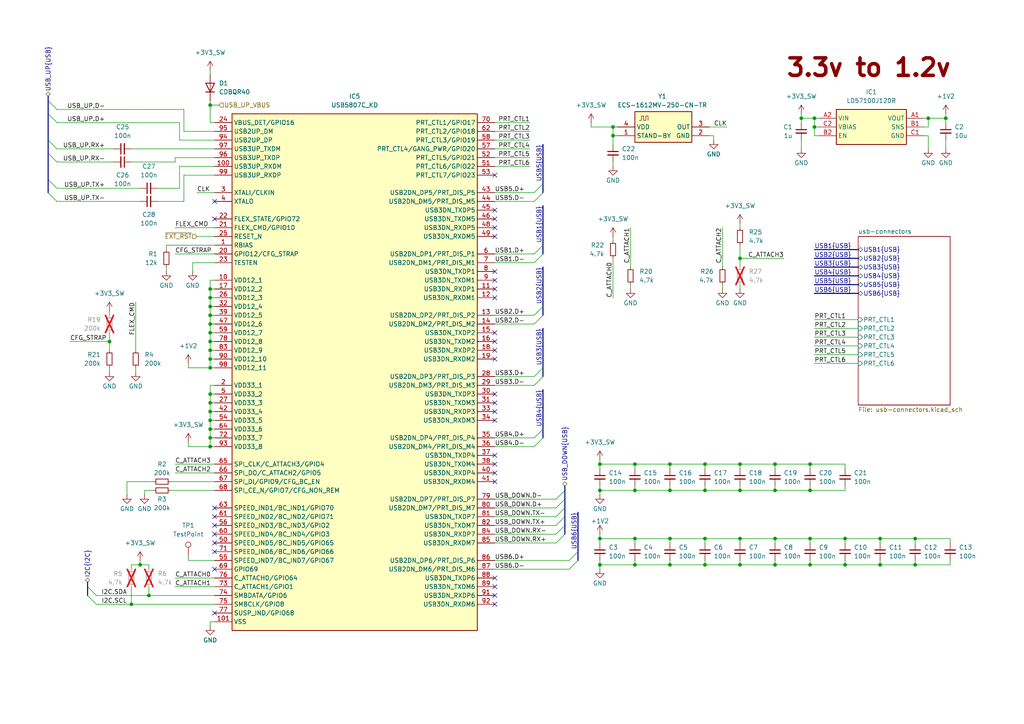
<source format=kicad_sch>
(kicad_sch (version 20250114) (generator "eeschema") (generator_version "9.0")
  (paper "A4")
  (text "3.3v to 1.2v" (at 251.968 19.812 0) (effects (font (size 5.08 5.08) (bold yes))))
  (junction (at 204.47 142.24))
  (junction (at 194.31 163.83))
  (junction (at 236.22 36.83))
  (junction (at 60.96 114.3))
  (junction (at 184.15 142.24))
  (junction (at 255.27 163.83))
  (junction (at 60.96 91.44))
  (junction (at 204.47 134.62))
  (junction (at 255.27 156.21))
  (junction (at 60.96 116.84))
  (junction (at 245.11 156.21))
  (junction (at 60.96 124.46))
  (junction (at 232.41 34.29))
  (junction (at 234.95 156.21))
  (junction (at 173.99 134.62))
  (junction (at 214.63 163.83))
  (junction (at 177.8 36.83))
  (junction (at 245.11 163.83))
  (junction (at 265.43 163.83))
  (junction (at 224.79 142.24))
  (junction (at 234.95 163.83))
  (junction (at 224.79 163.83))
  (junction (at 184.15 156.21))
  (junction (at 40.64 163.83))
  (junction (at 60.96 99.06))
  (junction (at 194.31 142.24))
  (junction (at 60.96 129.54))
  (junction (at 60.96 30.48))
  (junction (at 224.79 156.21))
  (junction (at 265.43 156.21))
  (junction (at 214.63 134.62))
  (junction (at 60.96 121.92))
  (junction (at 177.8 39.37))
  (junction (at 234.95 134.62))
  (junction (at 184.15 134.62))
  (junction (at 236.22 34.29))
  (junction (at 173.99 142.24))
  (junction (at 214.63 142.24))
  (junction (at 274.32 34.29))
  (junction (at 194.31 156.21))
  (junction (at 60.96 96.52))
  (junction (at 194.31 134.62))
  (junction (at 60.96 119.38))
  (junction (at 60.96 93.98))
  (junction (at 60.96 83.82))
  (junction (at 184.15 163.83))
  (junction (at 43.18 172.72))
  (junction (at 60.96 88.9))
  (junction (at 204.47 163.83))
  (junction (at 269.24 34.29))
  (junction (at 173.99 163.83))
  (junction (at 38.1 175.26))
  (junction (at 31.75 99.06))
  (junction (at 234.95 142.24))
  (junction (at 204.47 156.21))
  (junction (at 60.96 101.6))
  (junction (at 224.79 134.62))
  (junction (at 60.96 106.68))
  (junction (at 214.63 156.21))
  (junction (at 60.96 127))
  (junction (at 60.96 86.36))
  (junction (at 173.99 156.21))
  (junction (at 214.63 74.93))
  (junction (at 60.96 104.14))
  (no_connect (at 143.51 167.64))
  (no_connect (at 143.51 68.58))
  (no_connect (at 143.51 60.96))
  (no_connect (at 62.23 152.4))
  (no_connect (at 143.51 139.7))
  (no_connect (at 143.51 101.6))
  (no_connect (at 143.51 86.36))
  (no_connect (at 62.23 157.48))
  (no_connect (at 143.51 96.52))
  (no_connect (at 143.51 134.62))
  (no_connect (at 143.51 116.84))
  (no_connect (at 62.23 149.86))
  (no_connect (at 62.23 154.94))
  (no_connect (at 143.51 172.72))
  (no_connect (at 62.23 147.32))
  (no_connect (at 143.51 83.82))
  (no_connect (at 143.51 170.18))
  (no_connect (at 143.51 50.8))
  (no_connect (at 143.51 132.08))
  (no_connect (at 143.51 175.26))
  (no_connect (at 62.23 177.8))
  (no_connect (at 143.51 81.28))
  (no_connect (at 62.23 63.5))
  (no_connect (at 143.51 119.38))
  (no_connect (at 143.51 63.5))
  (no_connect (at 143.51 78.74))
  (no_connect (at 143.51 104.14))
  (no_connect (at 62.23 58.42))
  (no_connect (at 143.51 66.04))
  (no_connect (at 143.51 137.16))
  (no_connect (at 143.51 99.06))
  (no_connect (at 62.23 165.1))
  (no_connect (at 143.51 114.3))
  (no_connect (at 62.23 160.02))
  (no_connect (at 143.51 121.92))
  (bus_entry (at 157.48 88.9) (size -2.54 2.54))
  (bus_entry (at 25.4 170.18) (size 2.54 2.54))
  (bus_entry (at 13.97 44.45) (size 2.54 2.54))
  (bus_entry (at 163.83 144.78) (size -2.54 2.54))
  (bus_entry (at 25.4 172.72) (size 2.54 2.54))
  (bus_entry (at 157.48 106.68) (size -2.54 2.54))
  (bus_entry (at 163.83 142.24) (size -2.54 2.54))
  (bus_entry (at 167.64 162.56) (size -2.54 2.54))
  (bus_entry (at 157.48 71.12) (size -2.54 2.54))
  (bus_entry (at 13.97 33.02) (size 2.54 2.54))
  (bus_entry (at 167.64 160.02) (size -2.54 2.54))
  (bus_entry (at 157.48 55.88) (size -2.54 2.54))
  (bus_entry (at 163.83 147.32) (size -2.54 2.54))
  (bus_entry (at 163.83 154.94) (size -2.54 2.54))
  (bus_entry (at 157.48 124.46) (size -2.54 2.54))
  (bus_entry (at 163.83 152.4) (size -2.54 2.54))
  (bus_entry (at 157.48 127) (size -2.54 2.54))
  (bus_entry (at 157.48 109.22) (size -2.54 2.54))
  (bus_entry (at 157.48 73.66) (size -2.54 2.54))
  (bus_entry (at 163.83 149.86) (size -2.54 2.54))
  (bus_entry (at 13.97 29.21) (size 2.54 2.54))
  (bus_entry (at 157.48 91.44) (size -2.54 2.54))
  (bus_entry (at 13.97 40.64) (size 2.54 2.54))
  (bus_entry (at 13.97 52.07) (size 2.54 2.54))
  (bus_entry (at 13.97 55.88) (size 2.54 2.54))
  (bus_entry (at 157.48 53.34) (size -2.54 2.54))
  (wire (pts (xy 184.15 134.62) (xy 194.31 134.62)))
  (wire (pts (xy 234.95 142.24) (xy 245.11 142.24)))
  (wire (pts (xy 60.96 129.54) (xy 60.96 127)))
  (wire (pts (xy 205.74 39.37) (xy 207.01 39.37)))
  (wire (pts (xy 236.22 97.79) (xy 248.92 97.79)))
  (wire (pts (xy 153.67 48.26) (xy 143.51 48.26)))
  (wire (pts (xy 60.96 20.32) (xy 60.96 21.59)))
  (wire (pts (xy 143.51 127) (xy 154.94 127)))
  (wire (pts (xy 62.23 104.14) (xy 60.96 104.14)))
  (wire (pts (xy 234.95 162.56) (xy 234.95 163.83)))
  (wire (pts (xy 38.1 175.26) (xy 62.23 175.26)))
  (wire (pts (xy 45.72 54.61) (xy 52.07 54.61)))
  (bus (pts (xy 25.4 170.18) (xy 25.4 172.72)))
  (wire (pts (xy 194.31 162.56) (xy 194.31 163.83)))
  (wire (pts (xy 245.11 162.56) (xy 245.11 163.83)))
  (wire (pts (xy 62.23 88.9) (xy 60.96 88.9)))
  (wire (pts (xy 60.96 86.36) (xy 60.96 83.82)))
  (wire (pts (xy 62.23 121.92) (xy 60.96 121.92)))
  (wire (pts (xy 143.51 144.78) (xy 161.29 144.78)))
  (wire (pts (xy 214.63 156.21) (xy 214.63 157.48)))
  (wire (pts (xy 204.47 156.21) (xy 214.63 156.21)))
  (wire (pts (xy 53.34 50.8) (xy 53.34 58.42)))
  (wire (pts (xy 60.96 181.61) (xy 60.96 180.34)))
  (wire (pts (xy 214.63 162.56) (xy 214.63 163.83)))
  (wire (pts (xy 237.49 39.37) (xy 236.22 39.37)))
  (wire (pts (xy 38.1 163.83) (xy 38.1 165.1)))
  (wire (pts (xy 60.96 111.76) (xy 62.23 111.76)))
  (wire (pts (xy 224.79 163.83) (xy 234.95 163.83)))
  (wire (pts (xy 214.63 163.83) (xy 224.79 163.83)))
  (wire (pts (xy 62.23 116.84) (xy 60.96 116.84)))
  (wire (pts (xy 267.97 34.29) (xy 269.24 34.29)))
  (bus (pts (xy 13.97 44.45) (xy 13.97 52.07)))
  (wire (pts (xy 214.63 134.62) (xy 224.79 134.62)))
  (wire (pts (xy 143.51 55.88) (xy 154.94 55.88)))
  (wire (pts (xy 43.18 163.83) (xy 40.64 163.83)))
  (wire (pts (xy 27.94 175.26) (xy 38.1 175.26)))
  (wire (pts (xy 245.11 140.97) (xy 245.11 142.24)))
  (wire (pts (xy 50.8 170.18) (xy 62.23 170.18)))
  (wire (pts (xy 194.31 156.21) (xy 194.31 157.48)))
  (wire (pts (xy 194.31 134.62) (xy 204.47 134.62)))
  (wire (pts (xy 269.24 36.83) (xy 269.24 34.29)))
  (wire (pts (xy 255.27 156.21) (xy 265.43 156.21)))
  (wire (pts (xy 214.63 74.93) (xy 227.33 74.93)))
  (bus (pts (xy 236.22 82.55) (xy 248.92 82.55)))
  (wire (pts (xy 16.51 35.56) (xy 52.07 35.56)))
  (bus (pts (xy 157.48 124.46) (xy 157.48 127)))
  (wire (pts (xy 234.95 134.62) (xy 245.11 134.62)))
  (wire (pts (xy 60.96 121.92) (xy 60.96 119.38)))
  (wire (pts (xy 207.01 39.37) (xy 207.01 40.64)))
  (bus (pts (xy 157.48 59.69) (xy 157.48 71.12)))
  (wire (pts (xy 43.18 172.72) (xy 62.23 172.72)))
  (wire (pts (xy 62.23 91.44) (xy 60.96 91.44)))
  (wire (pts (xy 173.99 134.62) (xy 184.15 134.62)))
  (wire (pts (xy 52.07 54.61) (xy 52.07 48.26)))
  (bus (pts (xy 13.97 33.02) (xy 13.97 40.64)))
  (wire (pts (xy 60.96 29.21) (xy 60.96 30.48)))
  (wire (pts (xy 274.32 35.56) (xy 274.32 34.29)))
  (wire (pts (xy 194.31 140.97) (xy 194.31 142.24)))
  (wire (pts (xy 214.63 64.77) (xy 214.63 66.04)))
  (wire (pts (xy 153.67 45.72) (xy 143.51 45.72)))
  (wire (pts (xy 39.37 106.68) (xy 39.37 107.95)))
  (bus (pts (xy 163.83 152.4) (xy 163.83 154.94)))
  (wire (pts (xy 55.88 78.74) (xy 55.88 76.2)))
  (wire (pts (xy 177.8 68.58) (xy 177.8 69.85)))
  (wire (pts (xy 41.91 142.24) (xy 44.45 142.24)))
  (wire (pts (xy 60.96 99.06) (xy 60.96 101.6)))
  (wire (pts (xy 232.41 40.64) (xy 232.41 43.18)))
  (wire (pts (xy 236.22 95.25) (xy 248.92 95.25)))
  (wire (pts (xy 214.63 71.12) (xy 214.63 74.93)))
  (wire (pts (xy 179.07 39.37) (xy 177.8 39.37)))
  (wire (pts (xy 173.99 142.24) (xy 184.15 142.24)))
  (wire (pts (xy 269.24 39.37) (xy 267.97 39.37)))
  (wire (pts (xy 143.51 91.44) (xy 154.94 91.44)))
  (wire (pts (xy 194.31 134.62) (xy 194.31 135.89)))
  (wire (pts (xy 143.51 93.98) (xy 154.94 93.98)))
  (wire (pts (xy 43.18 165.1) (xy 43.18 163.83)))
  (wire (pts (xy 182.88 66.04) (xy 182.88 77.47)))
  (wire (pts (xy 153.67 43.18) (xy 143.51 43.18)))
  (wire (pts (xy 224.79 156.21) (xy 224.79 157.48)))
  (wire (pts (xy 16.51 58.42) (xy 40.64 58.42)))
  (wire (pts (xy 224.79 162.56) (xy 224.79 163.83)))
  (wire (pts (xy 62.23 81.28) (xy 60.96 81.28)))
  (wire (pts (xy 210.82 36.83) (xy 205.74 36.83)))
  (wire (pts (xy 143.51 109.22) (xy 154.94 109.22)))
  (wire (pts (xy 48.26 77.47) (xy 48.26 78.74)))
  (wire (pts (xy 48.26 71.12) (xy 48.26 72.39)))
  (wire (pts (xy 204.47 140.97) (xy 204.47 142.24)))
  (wire (pts (xy 50.8 73.66) (xy 62.23 73.66)))
  (wire (pts (xy 214.63 134.62) (xy 214.63 135.89)))
  (wire (pts (xy 60.96 91.44) (xy 60.96 88.9)))
  (bus (pts (xy 25.4 168.91) (xy 25.4 170.18)))
  (wire (pts (xy 173.99 162.56) (xy 173.99 163.83)))
  (wire (pts (xy 33.02 43.18) (xy 16.51 43.18)))
  (wire (pts (xy 38.1 43.18) (xy 62.23 43.18)))
  (wire (pts (xy 40.64 163.83) (xy 38.1 163.83)))
  (wire (pts (xy 171.45 36.83) (xy 177.8 36.83)))
  (wire (pts (xy 245.11 156.21) (xy 245.11 157.48)))
  (wire (pts (xy 173.99 142.24) (xy 173.99 143.51)))
  (wire (pts (xy 269.24 34.29) (xy 274.32 34.29)))
  (wire (pts (xy 143.51 129.54) (xy 154.94 129.54)))
  (bus (pts (xy 157.48 71.12) (xy 157.48 73.66)))
  (wire (pts (xy 236.22 105.41) (xy 248.92 105.41)))
  (wire (pts (xy 39.37 87.63) (xy 39.37 101.6)))
  (wire (pts (xy 184.15 142.24) (xy 194.31 142.24)))
  (wire (pts (xy 31.75 99.06) (xy 31.75 96.52)))
  (wire (pts (xy 50.8 45.72) (xy 62.23 45.72)))
  (wire (pts (xy 143.51 162.56) (xy 165.1 162.56)))
  (bus (pts (xy 157.48 113.03) (xy 157.48 124.46)))
  (bus (pts (xy 157.48 106.68) (xy 157.48 109.22)))
  (wire (pts (xy 60.96 119.38) (xy 60.96 116.84)))
  (wire (pts (xy 33.02 46.99) (xy 16.51 46.99)))
  (wire (pts (xy 204.47 156.21) (xy 204.47 157.48)))
  (wire (pts (xy 153.67 40.64) (xy 143.51 40.64)))
  (wire (pts (xy 214.63 140.97) (xy 214.63 142.24)))
  (wire (pts (xy 184.15 163.83) (xy 194.31 163.83)))
  (bus (pts (xy 236.22 80.01) (xy 248.92 80.01)))
  (wire (pts (xy 236.22 36.83) (xy 236.22 34.29)))
  (wire (pts (xy 265.43 156.21) (xy 265.43 157.48)))
  (wire (pts (xy 255.27 163.83) (xy 265.43 163.83)))
  (wire (pts (xy 62.23 93.98) (xy 60.96 93.98)))
  (wire (pts (xy 204.47 134.62) (xy 204.47 135.89)))
  (wire (pts (xy 143.51 76.2) (xy 154.94 76.2)))
  (wire (pts (xy 36.83 139.7) (xy 36.83 143.51)))
  (wire (pts (xy 267.97 36.83) (xy 269.24 36.83)))
  (wire (pts (xy 52.07 48.26) (xy 62.23 48.26)))
  (wire (pts (xy 143.51 157.48) (xy 161.29 157.48)))
  (bus (pts (xy 157.48 88.9) (xy 157.48 91.44)))
  (wire (pts (xy 63.5 30.48) (xy 60.96 30.48)))
  (wire (pts (xy 194.31 142.24) (xy 204.47 142.24)))
  (wire (pts (xy 52.07 40.64) (xy 52.07 35.56)))
  (wire (pts (xy 62.23 127) (xy 60.96 127)))
  (wire (pts (xy 62.23 96.52) (xy 60.96 96.52)))
  (wire (pts (xy 36.83 139.7) (xy 44.45 139.7)))
  (wire (pts (xy 31.75 107.95) (xy 31.75 106.68)))
  (wire (pts (xy 204.47 163.83) (xy 214.63 163.83)))
  (wire (pts (xy 236.22 92.71) (xy 248.92 92.71)))
  (wire (pts (xy 173.99 133.35) (xy 173.99 134.62)))
  (wire (pts (xy 194.31 156.21) (xy 204.47 156.21)))
  (wire (pts (xy 255.27 162.56) (xy 255.27 163.83)))
  (wire (pts (xy 143.51 154.94) (xy 161.29 154.94)))
  (wire (pts (xy 182.88 82.55) (xy 182.88 83.82)))
  (bus (pts (xy 163.83 140.97) (xy 163.83 142.24)))
  (bus (pts (xy 13.97 27.94) (xy 13.97 29.21)))
  (wire (pts (xy 265.43 156.21) (xy 275.59 156.21)))
  (wire (pts (xy 57.15 68.58) (xy 62.23 68.58)))
  (wire (pts (xy 236.22 34.29) (xy 232.41 34.29)))
  (wire (pts (xy 236.22 100.33) (xy 248.92 100.33)))
  (wire (pts (xy 60.96 88.9) (xy 60.96 86.36)))
  (bus (pts (xy 13.97 29.21) (xy 13.97 33.02)))
  (bus (pts (xy 163.83 149.86) (xy 163.83 152.4)))
  (wire (pts (xy 275.59 156.21) (xy 275.59 157.48)))
  (wire (pts (xy 153.67 35.56) (xy 143.51 35.56)))
  (bus (pts (xy 236.22 85.09) (xy 248.92 85.09)))
  (wire (pts (xy 234.95 134.62) (xy 234.95 135.89)))
  (wire (pts (xy 50.8 45.72) (xy 50.8 46.99)))
  (wire (pts (xy 62.23 101.6) (xy 60.96 101.6)))
  (wire (pts (xy 224.79 140.97) (xy 224.79 142.24)))
  (wire (pts (xy 53.34 38.1) (xy 62.23 38.1)))
  (bus (pts (xy 157.48 95.25) (xy 157.48 106.68)))
  (wire (pts (xy 274.32 33.02) (xy 274.32 34.29)))
  (wire (pts (xy 274.32 40.64) (xy 274.32 43.18)))
  (wire (pts (xy 60.96 106.68) (xy 60.96 104.14)))
  (wire (pts (xy 62.23 129.54) (xy 60.96 129.54)))
  (bus (pts (xy 13.97 40.64) (xy 13.97 44.45)))
  (wire (pts (xy 143.51 165.1) (xy 165.1 165.1)))
  (wire (pts (xy 245.11 134.62) (xy 245.11 135.89)))
  (bus (pts (xy 163.83 142.24) (xy 163.83 144.78)))
  (wire (pts (xy 214.63 156.21) (xy 224.79 156.21)))
  (wire (pts (xy 171.45 35.56) (xy 171.45 36.83)))
  (wire (pts (xy 143.51 147.32) (xy 161.29 147.32)))
  (wire (pts (xy 60.96 124.46) (xy 60.96 127)))
  (wire (pts (xy 52.07 40.64) (xy 62.23 40.64)))
  (wire (pts (xy 204.47 134.62) (xy 214.63 134.62)))
  (wire (pts (xy 55.88 76.2) (xy 62.23 76.2)))
  (wire (pts (xy 236.22 36.83) (xy 237.49 36.83)))
  (wire (pts (xy 27.94 172.72) (xy 43.18 172.72)))
  (wire (pts (xy 173.99 134.62) (xy 173.99 135.89)))
  (wire (pts (xy 224.79 134.62) (xy 234.95 134.62)))
  (bus (pts (xy 157.48 53.34) (xy 157.48 55.88)))
  (wire (pts (xy 54.61 128.27) (xy 54.61 129.54)))
  (wire (pts (xy 184.15 134.62) (xy 184.15 135.89)))
  (wire (pts (xy 236.22 102.87) (xy 248.92 102.87)))
  (wire (pts (xy 54.61 106.68) (xy 54.61 105.41)))
  (wire (pts (xy 60.96 104.14) (xy 60.96 101.6)))
  (wire (pts (xy 62.23 124.46) (xy 60.96 124.46)))
  (wire (pts (xy 50.8 134.62) (xy 62.23 134.62)))
  (wire (pts (xy 54.61 162.56) (xy 54.61 161.29)))
  (wire (pts (xy 143.51 58.42) (xy 154.94 58.42)))
  (wire (pts (xy 16.51 54.61) (xy 40.64 54.61)))
  (wire (pts (xy 50.8 46.99) (xy 38.1 46.99)))
  (wire (pts (xy 153.67 38.1) (xy 143.51 38.1)))
  (wire (pts (xy 173.99 156.21) (xy 184.15 156.21)))
  (wire (pts (xy 143.51 73.66) (xy 154.94 73.66)))
  (wire (pts (xy 224.79 142.24) (xy 234.95 142.24)))
  (wire (pts (xy 31.75 90.17) (xy 31.75 91.44)))
  (wire (pts (xy 60.96 180.34) (xy 62.23 180.34)))
  (wire (pts (xy 62.23 114.3) (xy 60.96 114.3)))
  (wire (pts (xy 143.51 111.76) (xy 154.94 111.76)))
  (wire (pts (xy 234.95 156.21) (xy 245.11 156.21)))
  (wire (pts (xy 184.15 156.21) (xy 194.31 156.21)))
  (bus (pts (xy 167.64 160.02) (xy 167.64 162.56)))
  (wire (pts (xy 275.59 162.56) (xy 275.59 163.83)))
  (wire (pts (xy 60.96 96.52) (xy 60.96 93.98)))
  (wire (pts (xy 265.43 162.56) (xy 265.43 163.83)))
  (wire (pts (xy 53.34 50.8) (xy 62.23 50.8)))
  (bus (pts (xy 236.22 74.93) (xy 248.92 74.93)))
  (wire (pts (xy 234.95 163.83) (xy 245.11 163.83)))
  (wire (pts (xy 62.23 139.7) (xy 49.53 139.7)))
  (wire (pts (xy 173.99 163.83) (xy 173.99 165.1)))
  (wire (pts (xy 62.23 119.38) (xy 60.96 119.38)))
  (wire (pts (xy 224.79 134.62) (xy 224.79 135.89)))
  (wire (pts (xy 49.53 142.24) (xy 62.23 142.24)))
  (bus (pts (xy 236.22 77.47) (xy 248.92 77.47)))
  (bus (pts (xy 157.48 41.91) (xy 157.48 53.34)))
  (bus (pts (xy 163.83 147.32) (xy 163.83 149.86)))
  (wire (pts (xy 236.22 34.29) (xy 237.49 34.29)))
  (wire (pts (xy 62.23 162.56) (xy 54.61 162.56)))
  (bus (pts (xy 13.97 52.07) (xy 13.97 55.88)))
  (bus (pts (xy 236.22 72.39) (xy 248.92 72.39)))
  (wire (pts (xy 41.91 142.24) (xy 41.91 143.51)))
  (wire (pts (xy 234.95 156.21) (xy 234.95 157.48)))
  (wire (pts (xy 236.22 39.37) (xy 236.22 36.83)))
  (wire (pts (xy 177.8 39.37) (xy 177.8 41.91)))
  (bus (pts (xy 157.48 77.47) (xy 157.48 88.9)))
  (wire (pts (xy 232.41 34.29) (xy 232.41 35.56)))
  (bus (pts (xy 163.83 144.78) (xy 163.83 147.32)))
  (wire (pts (xy 214.63 82.55) (xy 214.63 83.82)))
  (wire (pts (xy 184.15 140.97) (xy 184.15 142.24)))
  (wire (pts (xy 209.55 66.04) (xy 209.55 77.47)))
  (wire (pts (xy 60.96 99.06) (xy 60.96 96.52)))
  (wire (pts (xy 214.63 142.24) (xy 224.79 142.24)))
  (wire (pts (xy 173.99 156.21) (xy 173.99 157.48)))
  (wire (pts (xy 60.96 93.98) (xy 60.96 91.44)))
  (wire (pts (xy 62.23 83.82) (xy 60.96 83.82)))
  (wire (pts (xy 224.79 156.21) (xy 234.95 156.21)))
  (wire (pts (xy 62.23 106.68) (xy 60.96 106.68)))
  (wire (pts (xy 60.96 83.82) (xy 60.96 81.28)))
  (wire (pts (xy 255.27 156.21) (xy 255.27 157.48)))
  (wire (pts (xy 173.99 163.83) (xy 184.15 163.83)))
  (wire (pts (xy 232.41 33.02) (xy 232.41 34.29)))
  (wire (pts (xy 177.8 36.83) (xy 179.07 36.83)))
  (wire (pts (xy 209.55 83.82) (xy 209.55 82.55)))
  (wire (pts (xy 62.23 71.12) (xy 48.26 71.12)))
  (wire (pts (xy 20.32 99.06) (xy 31.75 99.06)))
  (wire (pts (xy 53.34 38.1) (xy 53.34 31.75)))
  (wire (pts (xy 173.99 154.94) (xy 173.99 156.21)))
  (wire (pts (xy 38.1 170.18) (xy 38.1 175.26)))
  (wire (pts (xy 50.8 137.16) (xy 62.23 137.16)))
  (wire (pts (xy 53.34 58.42) (xy 45.72 58.42)))
  (wire (pts (xy 265.43 163.83) (xy 275.59 163.83)))
  (wire (pts (xy 177.8 46.99) (xy 177.8 48.26)))
  (wire (pts (xy 60.96 30.48) (xy 60.96 35.56)))
  (wire (pts (xy 60.96 106.68) (xy 54.61 106.68)))
  (wire (pts (xy 16.51 31.75) (xy 53.34 31.75)))
  (wire (pts (xy 60.96 116.84) (xy 60.96 114.3)))
  (wire (pts (xy 269.24 43.18) (xy 269.24 39.37)))
  (bus (pts (xy 167.64 148.59) (xy 167.64 160.02)))
  (wire (pts (xy 184.15 162.56) (xy 184.15 163.83)))
  (wire (pts (xy 204.47 142.24) (xy 214.63 142.24)))
  (wire (pts (xy 173.99 140.97) (xy 173.99 142.24)))
  (wire (pts (xy 43.18 170.18) (xy 43.18 172.72)))
  (wire (pts (xy 184.15 156.21) (xy 184.15 157.48)))
  (wire (pts (xy 214.63 74.93) (xy 214.63 77.47)))
  (wire (pts (xy 57.15 55.88) (xy 62.23 55.88)))
  (wire (pts (xy 62.23 35.56) (xy 60.96 35.56)))
  (wire (pts (xy 60.96 121.92) (xy 60.96 124.46)))
  (wire (pts (xy 143.51 149.86) (xy 161.29 149.86)))
  (wire (pts (xy 54.61 129.54) (xy 60.96 129.54)))
  (wire (pts (xy 50.8 167.64) (xy 62.23 167.64)))
  (wire (pts (xy 194.31 163.83) (xy 204.47 163.83)))
  (wire (pts (xy 177.8 74.93) (xy 177.8 86.36)))
  (wire (pts (xy 40.64 162.56) (xy 40.64 163.83)))
  (wire (pts (xy 62.23 99.06) (xy 60.96 99.06)))
  (wire (pts (xy 62.23 86.36) (xy 60.96 86.36)))
  (wire (pts (xy 31.75 99.06) (xy 31.75 101.6)))
  (wire (pts (xy 245.11 156.21) (xy 255.27 156.21)))
  (wire (pts (xy 50.8 66.04) (xy 62.23 66.04)))
  (wire (pts (xy 143.51 152.4) (xy 161.29 152.4)))
  (wire (pts (xy 245.11 163.83) (xy 255.27 163.83)))
  (wire (pts (xy 177.8 39.37) (xy 177.8 36.83)))
  (wire (pts (xy 234.95 140.97) (xy 234.95 142.24)))
  (wire (pts (xy 60.96 114.3) (xy 60.96 111.76)))
  (wire (pts (xy 204.47 162.56) (xy 204.47 163.83)))
  (label "USB_DOWN.D-" (at 143.51 144.78 0))
  (label "USB2{USB}" (at 236.22 74.93 0))
  (label "USB2.D-" (at 143.51 93.98 0))
  (label "USB1.D+" (at 143.51 73.66 0))
  (label "USB3{USB}" (at 236.22 77.47 0))
  (label "USB4{USB}" (at 157.48 113.03 270))
  (label "PRT_CTL5" (at 236.22 102.87 0))
  (label "USB_UP.D+" (at 30.48 35.56 180))
  (label "C_ATTACH0" (at 50.8 167.64 0))
  (label "USB_UP.D-" (at 30.48 31.75 180))
  (label "USB_UP.TX-" (at 30.48 58.42 180))
  (label "FLEX_CMD" (at 50.8 66.04 0))
  (label "PRT_CTL3" (at 153.67 40.64 180))
  (label "USB2{USB}" (at 157.48 77.47 270))
  (label "USB_DOWN.TX-" (at 143.51 149.86 0))
  (label "USB5.D+" (at 143.51 55.88 0))
  (label "C_ATTACH1" (at 182.88 66.04 270))
  (label "USB_UP.RX-" (at 30.48 46.99 180))
  (label "CFG_STRAP" (at 50.8 73.66 0))
  (label "PRT_CTL2" (at 153.67 38.1 180))
  (label "USB4{USB}" (at 236.22 80.01 0))
  (label "USB_DOWN.RX+" (at 143.51 157.48 0))
  (label "USB6.D-" (at 143.51 165.1 0))
  (label "USB_DOWN.RX-" (at 143.51 154.94 0))
  (label "C_ATTACH2" (at 209.55 66.04 270))
  (label "C_ATTACH0" (at 177.8 86.36 90))
  (label "USB6{USB}" (at 236.22 85.09 0))
  (label "PRT_CTL3" (at 236.22 97.79 0))
  (label "USB_DOWN.TX+" (at 143.51 152.4 0))
  (label "USB_UP.TX+" (at 30.48 54.61 180))
  (label "USB4.D-" (at 143.51 129.54 0))
  (label "PRT_CTL4" (at 153.67 43.18 180))
  (label "USB1{USB}" (at 157.48 59.69 270))
  (label "USB1{USB}" (at 236.22 72.39 0))
  (label "PRT_CTL5" (at 153.67 45.72 180))
  (label "C_ATTACH3" (at 50.8 134.62 0))
  (label "USB3.D+" (at 143.51 109.22 0))
  (label "I2C.SCL" (at 36.83 175.26 180))
  (label "USB4.D+" (at 143.51 127 0))
  (label "PRT_CTL1" (at 153.67 35.56 180))
  (label "USB3{USB}" (at 157.48 95.25 270))
  (label "CLK" (at 57.15 55.88 0))
  (label "USB1.D-" (at 143.51 76.2 0))
  (label "USB_UP.RX+" (at 30.48 43.18 180))
  (label "C_ATTACH1" (at 50.8 170.18 0))
  (label "PRT_CTL2" (at 236.22 95.25 0))
  (label "USB3.D-" (at 143.51 111.76 0))
  (label "PRT_CTL6" (at 236.22 105.41 0))
  (label "PRT_CTL1" (at 236.22 92.71 0))
  (label "USB6{USB}" (at 167.64 148.59 270))
  (label "USB_DOWN.D+" (at 143.51 147.32 0))
  (label "C_ATTACH3" (at 227.33 74.93 180))
  (label "USB5.D-" (at 143.51 58.42 0))
  (label "CFG_STRAP" (at 20.32 99.06 0))
  (label "USB6.D+" (at 143.51 162.56 0))
  (label "CLK" (at 210.82 36.83 180))
  (label "USB5{USB}" (at 157.48 41.91 270))
  (label "PRT_CTL4" (at 236.22 100.33 0))
  (label "C_ATTACH2" (at 50.8 137.16 0))
  (label "FLEX_CMD" (at 39.37 87.63 270))
  (label "USB5{USB}" (at 236.22 82.55 0))
  (label "I2C.SDA" (at 36.83 172.72 180))
  (label "USB2.D+" (at 143.51 91.44 0))
  (label "PRT_CTL6" (at 153.67 48.26 180))
  (hierarchical_label "USB_UP{USB}" (shape bidirectional) (at 13.97 27.94 90))
  (hierarchical_label "USB_UP_VBUS" (shape input) (at 63.5 30.48 0))
  (hierarchical_label "USB_DOWN{USB}" (shape bidirectional) (at 163.83 140.97 90))
  (hierarchical_label "~{EXT_RST}" (shape input) (at 57.15 68.58 180))
  (hierarchical_label "I2C{I2C}" (shape bidirectional) (at 25.4 168.91 90))
  (symbol (lib_id "Device:R_Small") (at 182.88 80.01 0) (mirror y) (unit 1)
    (property "Reference" "R20" (at 185.42 78.7399 0) (effects (justify right)))
    (property "Value" "4.7k" (at 185.42 81.2799 0) (effects (justify right)))
    (property "Footprint" "extras:R_0402" (effects (hide yes)))
    (property "Description" "Resistor, small symbol" (effects (hide yes)))
    (property "Mouser Part Number" "652-CR0402FX-4701GLF" (effects (hide yes)))
  )
  (symbol (lib_id "Device:C_Small") (at 194.31 138.43 0) (unit 1)
    (property "Reference" "C16" (at 196.85 137.1662 0) (effects (justify left)))
    (property "Value" "100n" (at 196.85 139.7062 0) (effects (justify left)))
    (property "Footprint" "Capacitor_SMD:C_0201_0603Metric" (effects (hide yes)))
    (property "Description" "Unpolarized capacitor, small symbol" (effects (hide yes)))
    (property "Mouser Part Number" "81-GRM033Z71C104KE4J" (effects (hide yes)))
  )
  (symbol (lib_id "Device:R_Small") (at 46.99 142.24 270) (mirror x) (unit 1)
    (property "Reference" "R3" (at 46.99 144.78 90))
    (property "Value" "200k" (at 46.99 147.32 90))
    (property "Footprint" "extras:R_0402" (effects (hide yes)))
    (property "Description" "Resistor, small symbol" (effects (hide yes)))
    (property "Mouser Part Number" "652-CR0402FX-2003GLF" (effects (hide yes)))
  )
  (symbol (lib_id "power:+1V2") (at 274.32 33.02 0) (unit 1)
    (property "Reference" "#PWR016" (effects (hide yes)))
    (property "Value" "+1V2" (at 274.32 27.94 0))
    (property "Description" "Power symbol creates a global label with name \"+1V2\"" (effects (hide yes)))
  )
  (symbol (lib_id "Device:C_Small") (at 184.15 160.02 0) (unit 1)
    (property "Reference" "C4" (at 186.69 158.7562 0) (effects (justify left)))
    (property "Value" "100n" (at 186.69 161.2962 0) (effects (justify left)))
    (property "Footprint" "Capacitor_SMD:C_0201_0603Metric" (effects (hide yes)))
    (property "Description" "Unpolarized capacitor, small symbol" (effects (hide yes)))
    (property "Mouser Part Number" "81-GRM033Z71C104KE4J" (effects (hide yes)))
  )
  (symbol (lib_id "Device:C_Small") (at 234.95 138.43 0) (unit 1)
    (property "Reference" "C20" (at 237.49 137.1662 0) (effects (justify left)))
    (property "Value" "100n" (at 237.49 139.7062 0) (effects (justify left)))
    (property "Footprint" "Capacitor_SMD:C_0201_0603Metric" (effects (hide yes)))
    (property "Description" "Unpolarized capacitor, small symbol" (effects (hide yes)))
    (property "Mouser Part Number" "81-GRM033Z71C104KE4J" (effects (hide yes)))
  )
  (symbol (lib_id "power:GND") (at 39.37 107.95 0) (unit 1)
    (property "Reference" "#PWR033" (effects (hide yes)))
    (property "Value" "GND" (at 39.37 112.014 0))
    (property "Description" "Power symbol creates a global label with name \"GND\" , ground" (effects (hide yes)))
  )
  (symbol (lib_id "Device:C_Small") (at 35.56 43.18 90) (unit 1)
    (property "Reference" "C25" (at 35.5663 36.83 90))
    (property "Value" "100n" (at 35.5663 39.37 90))
    (property "Footprint" "Capacitor_SMD:C_0201_0603Metric" (effects (hide yes)))
    (property "Description" "Unpolarized capacitor, small symbol" (effects (hide yes)))
    (property "Mouser Part Number" "81-GRM033Z71C104KE4J" (effects (hide yes)))
  )
  (symbol (lib_id "power:+1V2") (at 54.61 105.41 0) (unit 1)
    (property "Reference" "#PWR021" (effects (hide yes)))
    (property "Value" "+1V2" (at 54.61 100.33 0))
    (property "Description" "Power symbol creates a global label with name \"+1V2\"" (effects (hide yes)))
  )
  (symbol (lib_id "power:+3V3") (at 173.99 133.35 0) (unit 1)
    (property "Reference" "#PWR026" (effects (hide yes)))
    (property "Value" "+3V3_SW" (at 173.99 128.27 0))
    (property "Description" "Power symbol creates a global label with name \"+3V3\"" (effects (hide yes)))
  )
  (symbol (lib_id "power:GND") (at 232.41 43.18 0) (unit 1)
    (property "Reference" "#PWR017" (effects (hide yes)))
    (property "Value" "GND" (at 232.41 47.244 0))
    (property "Description" "Power symbol creates a global label with name \"GND\" , ground" (effects (hide yes)))
  )
  (symbol (lib_id "power:GND") (at 173.99 143.51 0) (unit 1)
    (property "Reference" "#PWR025" (effects (hide yes)))
    (property "Value" "GND" (at 173.99 147.574 0))
    (property "Description" "Power symbol creates a global label with name \"GND\" , ground" (effects (hide yes)))
  )
  (symbol (lib_id "Device:R_Small") (at 39.37 104.14 0) (mirror y) (unit 1)
    (property "Reference" "R4" (at 41.91 102.8699 0) (effects (justify right)))
    (property "Value" "200k" (at 41.91 105.4099 0) (effects (justify right)))
    (property "Footprint" "extras:R_0402" (effects (hide yes)))
    (property "Description" "Resistor, small symbol" (effects (hide yes)))
    (property "Mouser Part Number" "652-CR0402FX-2003GLF" (effects (hide yes)))
  )
  (symbol (lib_id "power:GND") (at 274.32 43.18 0) (unit 1)
    (property "Reference" "#PWR019" (effects (hide yes)))
    (property "Value" "GND" (at 274.32 47.244 0))
    (property "Description" "Power symbol creates a global label with name \"GND\" , ground" (effects (hide yes)))
  )
  (symbol (lib_id "Device:R_Small") (at 214.63 68.58 0) (mirror y) (unit 1)
    (property "Reference" "R25" (at 217.17 67.3099 0) (effects (justify right)))
    (property "Value" "4.7k" (at 217.17 69.8499 0) (effects (justify right)))
    (property "Footprint" "extras:R_0402" (effects (hide yes)))
    (property "Description" "Resistor, small symbol" (effects (hide yes)))
    (property "Mouser Part Number" "652-CR0402FX-4701GLF" (effects (hide yes)))
  )
  (symbol (lib_id "extras:ECS-1612MV-250-CN-TR") (at 179.07 36.83 0) (unit 1)
    (property "Reference" "Y1" (at 192.0875 27.94 0))
    (property "Value" "ECS-1612MV-250-CN-TR" (at 192.0875 30.48 0))
    (property "Footprint" "extras:ECS1612MV250CNTR" (effects (hide yes)))
    (property "Datasheet" "https://www.ecsxtal.com/store/pdf/ECS-1612MV.pdf" (effects (hide yes)))
    (property "Description" "Standard Clock Oscillators 25MHz CMOS 1.6-3.6V" (effects (hide yes)))
    (property "Height" "0.7" (effects (hide yes)))
    (property "Mouser Part Number" "520-1612MV-250-CNT" (effects (hide yes)))
    (property "Mouser Price/Stock" "https://www.mouser.co.uk/ProductDetail/ECS/ECS-1612MV-250-CN-TR?qs=MLItCLRbWszfxf8M%252B0z8Bg%3D%3D" (effects (hide yes)))
    (property "Manufacturer_Name" "ECS" (effects (hide yes)))
    (property "Manufacturer_Part_Number" "ECS-1612MV-250-CN-TR" (effects (hide yes)))
  )
  (symbol (lib_id "Device:C_Small") (at 265.43 160.02 0) (unit 1)
    (property "Reference" "C12" (at 267.97 158.7562 0) (effects (justify left)))
    (property "Value" "100n" (at 267.97 161.2962 0) (effects (justify left)))
    (property "Footprint" "Capacitor_SMD:C_0201_0603Metric" (effects (hide yes)))
    (property "Description" "Unpolarized capacitor, small symbol" (effects (hide yes)))
    (property "Mouser Part Number" "81-GRM033Z71C104KE4J" (effects (hide yes)))
  )
  (symbol (lib_id "Device:R_Small") (at 31.75 93.98 0) (mirror y) (unit 1) (dnp yes)
    (property "Reference" "R19" (at 29.21 92.7099 0) (effects (justify left)))
    (property "Value" "200k" (at 29.21 95.2499 0) (effects (justify left)))
    (property "Footprint" "extras:R_0402" (effects (hide yes)))
    (property "Description" "Resistor, small symbol" (effects (hide yes)))
    (property "Mouser Part Number" "652-CR0402FX-2003GLF" (effects (hide yes)))
  )
  (symbol (lib_id "Device:C_Small") (at 275.59 160.02 0) (unit 1)
    (property "Reference" "C13" (at 278.13 158.7562 0) (effects (justify left)))
    (property "Value" "100n" (at 278.13 161.2962 0) (effects (justify left)))
    (property "Footprint" "Capacitor_SMD:C_0201_0603Metric" (effects (hide yes)))
    (property "Description" "Unpolarized capacitor, small symbol" (effects (hide yes)))
    (property "Mouser Part Number" "81-GRM033Z71C104KE4J" (effects (hide yes)))
  )
  (symbol (lib_id "power:GND") (at 41.91 143.51 0) (unit 1)
    (property "Reference" "#PWR032" (effects (hide yes)))
    (property "Value" "GND" (at 41.91 147.574 0))
    (property "Description" "Power symbol creates a global label with name \"GND\" , ground" (effects (hide yes)))
  )
  (symbol (lib_id "Device:C_Small") (at 184.15 138.43 0) (unit 1)
    (property "Reference" "C15" (at 186.69 137.1662 0) (effects (justify left)))
    (property "Value" "100n" (at 186.69 139.7062 0) (effects (justify left)))
    (property "Footprint" "Capacitor_SMD:C_0201_0603Metric" (effects (hide yes)))
    (property "Description" "Unpolarized capacitor, small symbol" (effects (hide yes)))
    (property "Mouser Part Number" "81-GRM033Z71C104KE4J" (effects (hide yes)))
  )
  (symbol (lib_id "power:GND") (at 182.88 83.82 0) (unit 1)
    (property "Reference" "#PWR062" (effects (hide yes)))
    (property "Value" "GND" (at 182.88 87.884 0))
    (property "Description" "Power symbol creates a global label with name \"GND\" , ground" (effects (hide yes)))
  )
  (symbol (lib_id "Connector:TestPoint") (at 54.61 161.29 0) (unit 1)
    (property "Reference" "TP1" (at 54.61 152.4 0))
    (property "Value" "TestPoint" (at 54.61 154.94 0))
    (property "Footprint" "extras:TestPoint_Pad_D0.5mm" (effects (hide yes)))
    (property "Description" "test point" (effects (hide yes)))
    (property "Mouser Part Number" "-" (effects (hide yes)))
  )
  (symbol (lib_id "power:GND") (at 269.24 43.18 0) (unit 1)
    (property "Reference" "#PWR018" (effects (hide yes)))
    (property "Value" "GND" (at 269.24 47.244 0))
    (property "Description" "Power symbol creates a global label with name \"GND\" , ground" (effects (hide yes)))
  )
  (symbol (lib_id "Device:R_Small") (at 214.63 80.01 0) (mirror y) (unit 1) (dnp yes)
    (property "Reference" "R27" (at 217.17 78.7399 0) (effects (justify right)))
    (property "Value" "4.7k" (at 217.17 81.2799 0) (effects (justify right)))
    (property "Footprint" "extras:R_0402" (effects (hide yes)))
    (property "Description" "Resistor, small symbol" (effects (hide yes)))
    (property "Mouser Part Number" "652-CR0402FX-4701GLF" (effects (hide yes)))
  )
  (symbol (lib_id "Device:C_Small") (at 274.32 38.1 0) (unit 1)
    (property "Reference" "C2" (at 276.86 36.8362 0) (effects (justify left)))
    (property "Value" "10u" (at 276.86 39.3762 0) (effects (justify left)))
    (property "Footprint" "Capacitor_SMD:C_0402_1005Metric_Pad0.74x0.62mm_HandSolder" (effects (hide yes)))
    (property "Description" "Unpolarized capacitor, small symbol" (effects (hide yes)))
    (property "Mouser Part Number" "187-CL05A106MP6NUN8" (effects (hide yes)))
  )
  (symbol (lib_id "Device:R_Small") (at 209.55 80.01 0) (unit 1)
    (property "Reference" "R26" (at 207.01 78.7399 0) (effects (justify right)))
    (property "Value" "4.7k" (at 207.01 81.2799 0) (effects (justify right)))
    (property "Footprint" "extras:R_0402" (effects (hide yes)))
    (property "Description" "Resistor, small symbol" (effects (hide yes)))
    (property "Mouser Part Number" "652-CR0402FX-4701GLF" (effects (hide yes)))
  )
  (symbol (lib_id "power:GND") (at 60.96 181.61 0) (unit 1)
    (property "Reference" "#PWR024" (effects (hide yes)))
    (property "Value" "GND" (at 60.96 185.674 0))
    (property "Description" "Power symbol creates a global label with name \"GND\" , ground" (effects (hide yes)))
  )
  (symbol (lib_id "power:GND") (at 31.75 107.95 0) (unit 1)
    (property "Reference" "#PWR067" (effects (hide yes)))
    (property "Value" "GND" (at 31.75 112.014 0))
    (property "Description" "Power symbol creates a global label with name \"GND\" , ground" (effects (hide yes)))
  )
  (symbol (lib_id "power:GND") (at 36.83 143.51 0) (unit 1)
    (property "Reference" "#PWR031" (effects (hide yes)))
    (property "Value" "GND" (at 36.83 147.574 0))
    (property "Description" "Power symbol creates a global label with name \"GND\" , ground" (effects (hide yes)))
  )
  (symbol (lib_id "power:GND") (at 55.88 78.74 0) (unit 1)
    (property "Reference" "#PWR061" (effects (hide yes)))
    (property "Value" "GND" (at 55.88 82.804 0))
    (property "Description" "Power symbol creates a global label with name \"GND\" , ground" (effects (hide yes)))
  )
  (symbol (lib_id "Device:C_Small") (at 173.99 160.02 0) (unit 1)
    (property "Reference" "C3" (at 176.53 158.7562 0) (effects (justify left)))
    (property "Value" "100n" (at 176.53 161.2962 0) (effects (justify left)))
    (property "Footprint" "Capacitor_SMD:C_0201_0603Metric" (effects (hide yes)))
    (property "Description" "Unpolarized capacitor, small symbol" (effects (hide yes)))
    (property "Mouser Part Number" "81-GRM033Z71C104KE4J" (effects (hide yes)))
  )
  (symbol (lib_id "power:+3V3") (at 232.41 33.02 0) (unit 1)
    (property "Reference" "#PWR020" (effects (hide yes)))
    (property "Value" "+3V3_SW" (at 232.41 27.94 0))
    (property "Description" "Power symbol creates a global label with name \"+3V3\"" (effects (hide yes)))
  )
  (symbol (lib_id "power:+3V3") (at 214.63 64.77 0) (unit 1)
    (property "Reference" "#PWR064" (effects (hide yes)))
    (property "Value" "+3V3_SW" (at 214.63 59.69 0))
    (property "Description" "Power symbol creates a global label with name \"+3V3\"" (effects (hide yes)))
  )
  (symbol (lib_id "Device:C_Small") (at 224.79 138.43 0) (unit 1)
    (property "Reference" "C19" (at 227.33 137.1662 0) (effects (justify left)))
    (property "Value" "100n" (at 227.33 139.7062 0) (effects (justify left)))
    (property "Footprint" "Capacitor_SMD:C_0201_0603Metric" (effects (hide yes)))
    (property "Description" "Unpolarized capacitor, small symbol" (effects (hide yes)))
    (property "Mouser Part Number" "81-GRM033Z71C104KE4J" (effects (hide yes)))
  )
  (symbol (lib_id "power:+3V3") (at 60.96 20.32 0) (unit 1)
    (property "Reference" "#PWR035" (effects (hide yes)))
    (property "Value" "+3V3_SW" (at 60.96 15.24 0))
    (property "Description" "Power symbol creates a global label with name \"+3V3\"" (effects (hide yes)))
  )
  (symbol (lib_id "Device:C_Small") (at 43.18 54.61 90) (unit 1)
    (property "Reference" "C27" (at 43.1863 48.26 90))
    (property "Value" "100n" (at 43.1863 50.8 90))
    (property "Footprint" "Capacitor_SMD:C_0201_0603Metric" (effects (hide yes)))
    (property "Description" "Unpolarized capacitor, small symbol" (effects (hide yes)))
    (property "Mouser Part Number" "81-GRM033Z71C104KE4J" (effects (hide yes)))
  )
  (symbol (lib_id "Device:C_Small") (at 204.47 138.43 0) (unit 1)
    (property "Reference" "C17" (at 207.01 137.1662 0) (effects (justify left)))
    (property "Value" "100n" (at 207.01 139.7062 0) (effects (justify left)))
    (property "Footprint" "Capacitor_SMD:C_0201_0603Metric" (effects (hide yes)))
    (property "Description" "Unpolarized capacitor, small symbol" (effects (hide yes)))
    (property "Mouser Part Number" "81-GRM033Z71C104KE4J" (effects (hide yes)))
  )
  (symbol (lib_id "Device:C_Small") (at 224.79 160.02 0) (unit 1)
    (property "Reference" "C8" (at 227.33 158.7562 0) (effects (justify left)))
    (property "Value" "100n" (at 227.33 161.2962 0) (effects (justify left)))
    (property "Footprint" "Capacitor_SMD:C_0201_0603Metric" (effects (hide yes)))
    (property "Description" "Unpolarized capacitor, small symbol" (effects (hide yes)))
    (property "Mouser Part Number" "81-GRM033Z71C104KE4J" (effects (hide yes)))
  )
  (symbol (lib_id "power:+3V3") (at 31.75 90.17 0) (unit 1)
    (property "Reference" "#PWR060" (effects (hide yes)))
    (property "Value" "+3V3_SW" (at 31.75 85.09 0))
    (property "Description" "Power symbol creates a global label with name \"+3V3\"" (effects (hide yes)))
  )
  (symbol (lib_id "Device:C_Small") (at 177.8 44.45 0) (unit 1)
    (property "Reference" "C22" (at 180.34 43.1862 0) (effects (justify left)))
    (property "Value" "100n" (at 180.34 45.7262 0) (effects (justify left)))
    (property "Footprint" "Capacitor_SMD:C_0201_0603Metric" (effects (hide yes)))
    (property "Description" "Unpolarized capacitor, small symbol" (effects (hide yes)))
    (property "Mouser Part Number" "81-GRM033Z71C104KE4J" (effects (hide yes)))
  )
  (symbol (lib_id "Device:R_Small") (at 177.8 72.39 0) (unit 1)
    (property "Reference" "R22" (at 175.26 71.1199 0) (effects (justify right)))
    (property "Value" "4.7k" (at 175.26 73.6599 0) (effects (justify right)))
    (property "Footprint" "extras:R_0402" (effects (hide yes)))
    (property "Description" "Resistor, small symbol" (effects (hide yes)))
    (property "Mouser Part Number" "652-CR0402FX-4701GLF" (effects (hide yes)))
  )
  (symbol (lib_id "Device:C_Small") (at 255.27 160.02 0) (unit 1)
    (property "Reference" "C11" (at 257.81 158.7562 0) (effects (justify left)))
    (property "Value" "100n" (at 257.81 161.2962 0) (effects (justify left)))
    (property "Footprint" "Capacitor_SMD:C_0201_0603Metric" (effects (hide yes)))
    (property "Description" "Unpolarized capacitor, small symbol" (effects (hide yes)))
    (property "Mouser Part Number" "81-GRM033Z71C104KE4J" (effects (hide yes)))
  )
  (symbol (lib_id "Device:R_Small") (at 48.26 74.93 0) (mirror y) (unit 1)
    (property "Reference" "R1" (at 45.72 73.6599 0) (effects (justify left)))
    (property "Value" "12k" (at 45.72 76.1999 0) (effects (justify left)))
    (property "Footprint" "extras:R_0402" (effects (hide yes)))
    (property "Description" "Resistor, small symbol" (effects (hide yes)))
    (property "Mouser Part Number" "RC0402DR-0712KL" (effects (hide yes)))
  )
  (symbol (lib_id "power:+3V3") (at 177.8 68.58 0) (unit 1)
    (property "Reference" "#PWR063" (effects (hide yes)))
    (property "Value" "+3V3_SW" (at 177.8 63.5 0))
    (property "Description" "Power symbol creates a global label with name \"+3V3\"" (effects (hide yes)))
  )
  (symbol (lib_id "power:+3V3") (at 54.61 128.27 0) (unit 1)
    (property "Reference" "#PWR015" (effects (hide yes)))
    (property "Value" "+3V3_SW" (at 54.61 123.19 0))
    (property "Description" "Power symbol creates a global label with name \"+3V3\"" (effects (hide yes)))
  )
  (symbol (lib_id "extras:LD57100J120R") (at 237.49 34.29 0) (unit 1)
    (property "Reference" "IC1" (at 252.73 26.67 0))
    (property "Value" "LD57100J120R" (at 252.73 29.21 0))
    (property "Footprint" "extras:BGA6C40P2X3_78X118X36" (effects (hide yes)))
    (property "Datasheet" "https://www.st.com/resource/en/datasheet/ld57100.pdf" (effects (hide yes)))
    (property "Description" "Linear Voltage Regulator IC Positive Fixed 1 Output 1A 6-FlipChip (0.78x1.18)" (effects (hide yes)))
    (property "Height" "0.361" (effects (hide yes)))
    (property "Mouser Part Number" "511-LD57100J120R" (effects (hide yes)))
    (property "Mouser Price/Stock" "https://www.mouser.co.uk/ProductDetail/STMicroelectronics/LD57100J120R?qs=sPbYRqrBIVmbDz2SEdnQrw%3D%3D" (effects (hide yes)))
    (property "Manufacturer_Name" "STMicroelectronics" (effects (hide yes)))
    (property "Manufacturer_Part_Number" "LD57100J120R" (effects (hide yes)))
  )
  (symbol (lib_id "power:GND") (at 207.01 40.64 0) (unit 1)
    (property "Reference" "#PWR027" (effects (hide yes)))
    (property "Value" "GND" (at 207.01 44.704 0))
    (property "Description" "Power symbol creates a global label with name \"GND\" , ground" (effects (hide yes)))
  )
  (symbol (lib_id "Device:D") (at 60.96 25.4 90) (unit 1)
    (property "Reference" "D1" (at 63.5 24.1299 90) (effects (justify right)))
    (property "Value" "CDBQR40" (at 63.5 26.6699 90) (effects (justify right)))
    (property "Footprint" "Diode_SMD:D_0402_1005Metric" (effects (hide yes)))
    (property "Datasheet" "https://www.mouser.de/datasheet/2/80/CDBQR40_HF_RevC811666-2488328.pdf" (effects (hide yes)))
    (property "Description" "Diode" (effects (hide yes)))
    (property "Sim.Device" "D" (effects (hide yes)))
    (property "Sim.Pins" "1=K 2=A" (effects (hide yes)))
    (property "Mouser Part Number" "750-CDBQR40" (effects (hide yes)))
  )
  (symbol (lib_id "Device:C_Small") (at 245.11 160.02 0) (unit 1)
    (property "Reference" "C10" (at 247.65 158.7562 0) (effects (justify left)))
    (property "Value" "100n" (at 247.65 161.2962 0) (effects (justify left)))
    (property "Footprint" "Capacitor_SMD:C_0201_0603Metric" (effects (hide yes)))
    (property "Description" "Unpolarized capacitor, small symbol" (effects (hide yes)))
    (property "Mouser Part Number" "81-GRM033Z71C104KE4J" (effects (hide yes)))
  )
  (symbol (lib_id "Device:C_Small") (at 234.95 160.02 0) (unit 1)
    (property "Reference" "C9" (at 237.49 158.7562 0) (effects (justify left)))
    (property "Value" "100n" (at 237.49 161.2962 0) (effects (justify left)))
    (property "Footprint" "Capacitor_SMD:C_0201_0603Metric" (effects (hide yes)))
    (property "Description" "Unpolarized capacitor, small symbol" (effects (hide yes)))
    (property "Mouser Part Number" "81-GRM033Z71C104KE4J" (effects (hide yes)))
  )
  (symbol (lib_id "power:+1V2") (at 173.99 154.94 0) (unit 1)
    (property "Reference" "#PWR022" (effects (hide yes)))
    (property "Value" "+1V2" (at 173.99 151.13 0))
    (property "Description" "Power symbol creates a global label with name \"+1V2\"" (effects (hide yes)))
  )
  (symbol (lib_id "Device:C_Small") (at 43.18 58.42 90) (unit 1)
    (property "Reference" "C28" (at 43.1863 62.23 90))
    (property "Value" "100n" (at 43.1863 64.77 90))
    (property "Footprint" "Capacitor_SMD:C_0201_0603Metric" (effects (hide yes)))
    (property "Description" "Unpolarized capacitor, small symbol" (effects (hide yes)))
    (property "Mouser Part Number" "81-GRM033Z71C104KE4J" (effects (hide yes)))
  )
  (symbol (lib_id "Device:C_Small") (at 194.31 160.02 0) (unit 1)
    (property "Reference" "C5" (at 196.85 158.7562 0) (effects (justify left)))
    (property "Value" "100n" (at 196.85 161.2962 0) (effects (justify left)))
    (property "Footprint" "Capacitor_SMD:C_0201_0603Metric" (effects (hide yes)))
    (property "Description" "Unpolarized capacitor, small symbol" (effects (hide yes)))
    (property "Mouser Part Number" "81-GRM033Z71C104KE4J" (effects (hide yes)))
  )
  (symbol (lib_id "power:GND") (at 173.99 165.1 0) (unit 1)
    (property "Reference" "#PWR023" (effects (hide yes)))
    (property "Value" "GND" (at 173.99 169.164 0))
    (property "Description" "Power symbol creates a global label with name \"GND\" , ground" (effects (hide yes)))
  )
  (symbol (lib_id "power:GND") (at 209.55 83.82 0) (unit 1)
    (property "Reference" "#PWR066" (effects (hide yes)))
    (property "Value" "GND" (at 209.55 87.884 0))
    (property "Description" "Power symbol creates a global label with name \"GND\" , ground" (effects (hide yes)))
  )
  (symbol (lib_id "Device:R_Small") (at 46.99 139.7 270) (mirror x) (unit 1)
    (property "Reference" "R2" (at 46.99 134.62 90))
    (property "Value" "200k" (at 46.99 137.16 90))
    (property "Footprint" "extras:R_0402" (effects (hide yes)))
    (property "Description" "Resistor, small symbol" (effects (hide yes)))
    (property "Mouser Part Number" "652-CR0402FX-2003GLF" (effects (hide yes)))
  )
  (symbol (lib_id "Device:C_Small") (at 232.41 38.1 0) (mirror y) (unit 1)
    (property "Reference" "C1" (at 229.87 36.8362 0) (effects (justify left)))
    (property "Value" "1u" (at 229.87 39.3762 0) (effects (justify left)))
    (property "Footprint" "Capacitor_SMD:C_0402_1005Metric_Pad0.74x0.62mm_HandSolder" (effects (hide yes)))
    (property "Description" "Unpolarized capacitor, small symbol" (effects (hide yes)))
    (property "Mouser Part Number" "187-CL05A105KO5NNNC" (effects (hide yes)))
  )
  (symbol (lib_id "power:+3V3") (at 171.45 35.56 0) (unit 1)
    (property "Reference" "#PWR029" (effects (hide yes)))
    (property "Value" "+3V3_SW" (at 171.45 30.48 0))
    (property "Description" "Power symbol creates a global label with name \"+3V3\"" (effects (hide yes)))
  )
  (symbol (lib_id "power:+3V3") (at 40.64 162.56 0) (unit 1)
    (property "Reference" "#PWR034" (effects (hide yes)))
    (property "Value" "+3V3_SW" (at 40.64 157.48 0))
    (property "Description" "Power symbol creates a global label with name \"+3V3\"" (effects (hide yes)))
  )
  (symbol (lib_id "Device:C_Small") (at 35.56 46.99 270) (unit 1)
    (property "Reference" "C26" (at 35.5536 50.8 90))
    (property "Value" "100n" (at 35.5536 53.34 90))
    (property "Footprint" "Capacitor_SMD:C_0201_0603Metric" (effects (hide yes)))
    (property "Description" "Unpolarized capacitor, small symbol" (effects (hide yes)))
    (property "Mouser Part Number" "81-GRM033Z71C104KE4J" (effects (hide yes)))
  )
  (symbol (lib_id "extras:USB5807C_KD") (at 62.23 35.56 0) (unit 1)
    (property "Reference" "IC5" (at 102.87 27.94 0))
    (property "Value" "USB5807C_KD" (at 102.87 30.48 0))
    (property "Footprint" "extras:QFN40P1200X1200X90-101N-D" (effects (hide yes)))
    (property "Datasheet" "https://ww1.microchip.com/downloads/aemDocuments/documents/UNG/ProductDocuments/DataSheets/USB5807C-Data-Sheet-DS00003182.pdf" (effects (hide yes)))
    (property "Description" "USB Interface IC USB3.1, Gen 1 / 5 Gbps, 7 port hub, USB C Mux, USB Type A port for Upstream" (effects (hide yes)))
    (property "Height" "0.9" (effects (hide yes)))
    (property "Mouser Part Number" "579-USB5807C/KD" (effects (hide yes)))
    (property "Mouser Price/Stock" "https://www.mouser.co.uk/ProductDetail/Microchip-Technology/USB5807C-KD?qs=T3oQrply3y%252Bh78QC2RiKPw%3D%3D" (effects (hide yes)))
    (property "Manufacturer_Name" "Microchip" (effects (hide yes)))
    (property "Manufacturer_Part_Number" "USB5807C/KD" (effects (hide yes)))
  )
  (symbol (lib_id "power:GND") (at 214.63 83.82 0) (unit 1)
    (property "Reference" "#PWR065" (effects (hide yes)))
    (property "Value" "GND" (at 214.63 87.884 0))
    (property "Description" "Power symbol creates a global label with name \"GND\" , ground" (effects (hide yes)))
  )
  (symbol (lib_id "Device:R_Small") (at 43.18 167.64 0) (mirror y) (unit 1) (dnp yes)
    (property "Reference" "R6" (at 45.72 166.3699 0) (effects (justify right)))
    (property "Value" "4.7k" (at 45.72 168.9099 0) (effects (justify right)))
    (property "Footprint" "extras:R_0402" (effects (hide yes)))
    (property "Description" "Resistor, small symbol" (effects (hide yes)))
    (property "Mouser Part Number" "652-CR0402FX-4701GLF" (effects (hide yes)))
  )
  (symbol (lib_id "Device:R_Small") (at 31.75 104.14 0) (mirror y) (unit 1)
    (property "Reference" "R21" (at 29.21 102.8699 0) (effects (justify left)))
    (property "Value" "200k" (at 29.21 105.4099 0) (effects (justify left)))
    (property "Footprint" "extras:R_0402" (effects (hide yes)))
    (property "Description" "Resistor, small symbol" (effects (hide yes)))
    (property "Mouser Part Number" "652-CR0402FX-2003GLF" (effects (hide yes)))
  )
  (symbol (lib_id "power:GND") (at 177.8 48.26 0) (unit 1)
    (property "Reference" "#PWR028" (effects (hide yes)))
    (property "Value" "GND" (at 177.8 52.324 0))
    (property "Description" "Power symbol creates a global label with name \"GND\" , ground" (effects (hide yes)))
  )
  (symbol (lib_id "Device:C_Small") (at 245.11 138.43 0) (unit 1)
    (property "Reference" "C21" (at 247.65 137.1662 0) (effects (justify left)))
    (property "Value" "100n" (at 247.65 139.7062 0) (effects (justify left)))
    (property "Footprint" "Capacitor_SMD:C_0201_0603Metric" (effects (hide yes)))
    (property "Description" "Unpolarized capacitor, small symbol" (effects (hide yes)))
    (property "Mouser Part Number" "81-GRM033Z71C104KE4J" (effects (hide yes)))
  )
  (symbol (lib_id "Device:C_Small") (at 214.63 160.02 0) (unit 1)
    (property "Reference" "C7" (at 217.17 158.7562 0) (effects (justify left)))
    (property "Value" "100n" (at 217.17 161.2962 0) (effects (justify left)))
    (property "Footprint" "Capacitor_SMD:C_0201_0603Metric" (effects (hide yes)))
    (property "Description" "Unpolarized capacitor, small symbol" (effects (hide yes)))
    (property "Mouser Part Number" "81-GRM033Z71C104KE4J" (effects (hide yes)))
  )
  (symbol (lib_id "power:GND") (at 48.26 78.74 0) (unit 1)
    (property "Reference" "#PWR030" (effects (hide yes)))
    (property "Value" "GND" (at 48.26 82.804 0))
    (property "Description" "Power symbol creates a global label with name \"GND\" , ground" (effects (hide yes)))
  )
  (symbol (lib_id "Device:C_Small") (at 173.99 138.43 0) (unit 1)
    (property "Reference" "C14" (at 176.53 137.1662 0) (effects (justify left)))
    (property "Value" "100n" (at 176.53 139.7062 0) (effects (justify left)))
    (property "Footprint" "Capacitor_SMD:C_0201_0603Metric" (effects (hide yes)))
    (property "Description" "Unpolarized capacitor, small symbol" (effects (hide yes)))
    (property "Mouser Part Number" "81-GRM033Z71C104KE4J" (effects (hide yes)))
  )
  (symbol (lib_id "Device:C_Small") (at 204.47 160.02 0) (unit 1)
    (property "Reference" "C6" (at 207.01 158.7562 0) (effects (justify left)))
    (property "Value" "100n" (at 207.01 161.2962 0) (effects (justify left)))
    (property "Footprint" "Capacitor_SMD:C_0201_0603Metric" (effects (hide yes)))
    (property "Description" "Unpolarized capacitor, small symbol" (effects (hide yes)))
    (property "Mouser Part Number" "81-GRM033Z71C104KE4J" (effects (hide yes)))
  )
  (symbol (lib_id "Device:R_Small") (at 38.1 167.64 0) (mirror y) (unit 1) (dnp yes)
    (property "Reference" "R5" (at 35.56 166.3699 0) (effects (justify left)))
    (property "Value" "4.7k" (at 35.56 168.9099 0) (effects (justify left)))
    (property "Footprint" "extras:R_0402" (effects (hide yes)))
    (property "Description" "Resistor, small symbol" (effects (hide yes)))
    (property "Mouser Part Number" "652-CR0402FX-4701GLF" (effects (hide yes)))
  )
  (symbol (lib_id "Device:C_Small") (at 214.63 138.43 0) (unit 1)
    (property "Reference" "C18" (at 217.17 137.1662 0) (effects (justify left)))
    (property "Value" "100n" (at 217.17 139.7062 0) (effects (justify left)))
    (property "Footprint" "Capacitor_SMD:C_0201_0603Metric" (effects (hide yes)))
    (property "Description" "Unpolarized capacitor, small symbol" (effects (hide yes)))
    (property "Mouser Part Number" "81-GRM033Z71C104KE4J" (effects (hide yes)))
  )
  (sheet (at 248.92 68.58) (size 26.67 48.895) (stroke (width 0.1524))
    (property "Sheetname" "usb-connectors" (at 248.92 67.8684 0) (effects (justify left bottom)))
    (property "Sheetfile" "usb-connectors.kicad_sch" (at 248.92 118.0596 0) (effects (justify left top)))
    (pin "USB2{USB}" bidirectional (at 248.92 74.93 180))
    (pin "USB1{USB}" bidirectional (at 248.92 72.39 180))
    (pin "USB4{USB}" bidirectional (at 248.92 80.01 180))
    (pin "USB6{USB}" bidirectional (at 248.92 85.09 180))
    (pin "USB5{USB}" bidirectional (at 248.92 82.55 180))
    (pin "USB3{USB}" bidirectional (at 248.92 77.47 180))
    (pin "PRT_CTL2" input (at 248.92 95.25 180))
    (pin "PRT_CTL5" input (at 248.92 102.87 180))
    (pin "PRT_CTL4" input (at 248.92 100.33 180))
    (pin "PRT_CTL1" input (at 248.92 92.71 180))
    (pin "PRT_CTL6" input (at 248.92 105.41 180))
    (pin "PRT_CTL3" input (at 248.92 97.79 180))
  )
)
</source>
